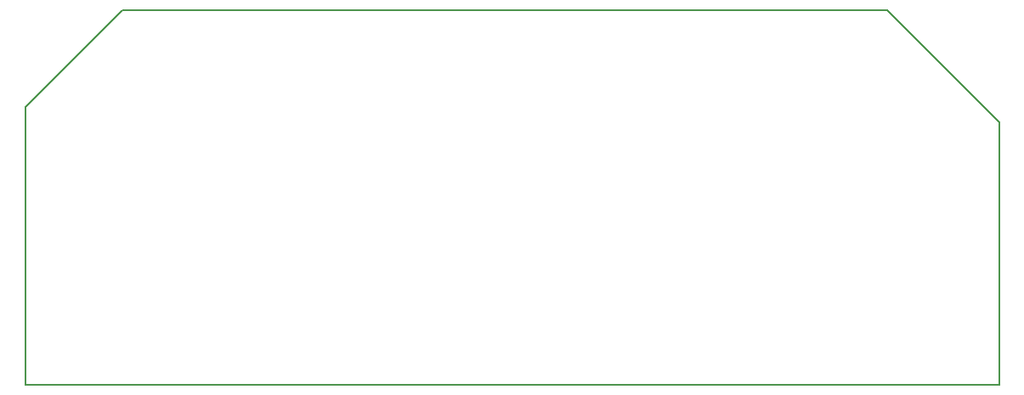
<source format=gbr>
G04 #@! TF.FileFunction,Profile,NP*
%FSLAX46Y46*%
G04 Gerber Fmt 4.6, Leading zero omitted, Abs format (unit mm)*
G04 Created by KiCad (PCBNEW 4.0.1-stable) date 2016-05-02 8:22:51 PM*
%MOMM*%
G01*
G04 APERTURE LIST*
%ADD10C,0.100000*%
%ADD11C,0.150000*%
G04 APERTURE END LIST*
D10*
D11*
X202184000Y-92710000D02*
X202184000Y-93472000D01*
X202184000Y-94234000D02*
X202184000Y-92710000D01*
X105156000Y-94234000D02*
X202184000Y-94234000D01*
X202184000Y-68072000D02*
X202184000Y-92964000D01*
X191008000Y-56896000D02*
X202184000Y-68072000D01*
X187706000Y-56896000D02*
X191008000Y-56896000D01*
X185420000Y-56896000D02*
X187706000Y-56896000D01*
X114808000Y-56896000D02*
X185420000Y-56896000D01*
X113792000Y-57912000D02*
X114808000Y-56896000D01*
X113284000Y-58420000D02*
X113792000Y-57912000D01*
X112014000Y-59690000D02*
X113284000Y-58420000D01*
X105156000Y-66548000D02*
X112014000Y-59690000D01*
X105156000Y-94234000D02*
X105156000Y-66548000D01*
M02*

</source>
